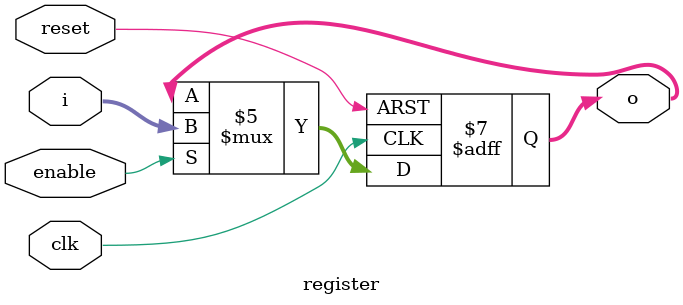
<source format=v>
module register(o,i,clk,enable, reset);
input [31:0] i;
input enable;
input clk, reset;
output [31:0] o;

reg [31:0] o;





always @(posedge clk or posedge reset)
begin
    if(reset==1'b1) begin
        o=0;
    end
    else if(enable==1'b1) begin
        o=i;
    end
    else begin
        ;
    end
end

endmodule

</source>
